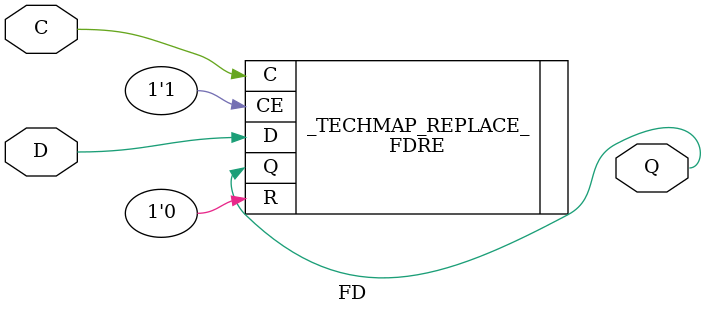
<source format=v>

module FD (output reg Q, input C, D);
    parameter [0:0] INIT = 1'b0;

    FDRE #(.INIT(INIT)) _TECHMAP_REPLACE_ (.Q(Q), .C(C), .D(D), .CE(1'b1), .R(1'b0));

endmodule

</source>
